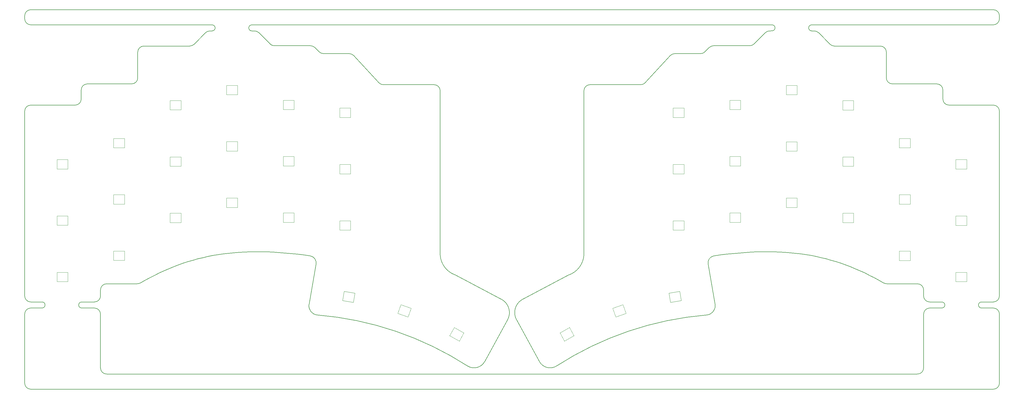
<source format=gm1>
G04 #@! TF.GenerationSoftware,KiCad,Pcbnew,8.0.1*
G04 #@! TF.CreationDate,2024-07-08T20:48:30+02:00*
G04 #@! TF.ProjectId,cornia,636f726e-6961-42e6-9b69-6361645f7063,3.0.1*
G04 #@! TF.SameCoordinates,Original*
G04 #@! TF.FileFunction,Profile,NP*
%FSLAX46Y46*%
G04 Gerber Fmt 4.6, Leading zero omitted, Abs format (unit mm)*
G04 Created by KiCad (PCBNEW 8.0.1) date 2024-07-08 20:48:30*
%MOMM*%
%LPD*%
G01*
G04 APERTURE LIST*
G04 #@! TA.AperFunction,Profile*
%ADD10C,0.200000*%
G04 #@! TD*
%ADD11C,0.200000*%
G04 #@! TA.AperFunction,Profile*
%ADD12C,0.100000*%
G04 #@! TD*
G04 APERTURE END LIST*
D10*
X271245754Y-145071550D02*
G75*
G02*
X268533026Y-148573935I-2955954J-512250D01*
G01*
X338007499Y-138279999D02*
X328010140Y-138279999D01*
X363007499Y-52780002D02*
X303107500Y-52780002D01*
X290025395Y-52772895D02*
X118489605Y-52787107D01*
X140081976Y-148573914D02*
G75*
G02*
X137369266Y-145071555I243224J2990114D01*
G01*
X363007502Y-146280000D02*
G75*
G02*
X365007500Y-148279999I-2J-2000000D01*
G01*
X342021713Y-146280000D02*
X346025395Y-146272891D01*
X68607498Y-166065785D02*
X68593286Y-148279999D01*
X137792411Y-129064168D02*
G75*
G02*
X139667836Y-131807527I-444411J-2316532D01*
G01*
X43607500Y-81279999D02*
X43607500Y-142280003D01*
X105407500Y-54779996D02*
X104684859Y-54780000D01*
X178607500Y-72530001D02*
X161857499Y-72530002D01*
X43607500Y-49779999D02*
X43607497Y-50779998D01*
X49325395Y-144272895D02*
G75*
G02*
X50325405Y-145272893I5J-1000005D01*
G01*
X363007501Y-79279999D02*
G75*
G02*
X365007501Y-81279998I99J-1999901D01*
G01*
X62247500Y-77279998D02*
G75*
G02*
X60247497Y-79280000I-2000000J-2D01*
G01*
X346367499Y-74279998D02*
X346367499Y-77279997D01*
X305344352Y-55365784D02*
X309172783Y-59194214D01*
X359107501Y-146279998D02*
X363007502Y-146280000D01*
X68607501Y-142279998D02*
X68607500Y-140280000D01*
X329727502Y-72279999D02*
G75*
G02*
X327727501Y-70279997I-2J1999999D01*
G01*
X60247497Y-79280000D02*
X45607498Y-79280000D01*
X303107501Y-54779998D02*
G75*
G02*
X302107502Y-53780000I-1J999998D01*
G01*
X80887500Y-61779999D02*
X80887500Y-70279998D01*
X290025395Y-54772891D02*
X289244860Y-54779999D01*
X124512781Y-59094213D02*
X120784356Y-55365788D01*
X62247500Y-74279999D02*
X62247500Y-77279998D01*
X137859070Y-59680000D02*
G75*
G02*
X139273301Y-60265773I30J-2000000D01*
G01*
X340021715Y-148279999D02*
X340007503Y-166065785D01*
X346025395Y-144280000D02*
G75*
G02*
X347018300Y-145272893I5J-992900D01*
G01*
D11*
X137792411Y-129064168D02*
X135639628Y-128773267D01*
X133527468Y-128516523D01*
X131454453Y-128294203D01*
X129419105Y-128106571D01*
X127419948Y-127953893D01*
X125455505Y-127836435D01*
X123524297Y-127754462D01*
X121624849Y-127708240D01*
X119755682Y-127698036D01*
X117915321Y-127724113D01*
X116102287Y-127786738D01*
X114315104Y-127886177D01*
X112552294Y-128022695D01*
X110812380Y-128196558D01*
X109093885Y-128408032D01*
X107395333Y-128657381D01*
X105715245Y-128944873D01*
X104052145Y-129270771D01*
X102404556Y-129635343D01*
X100770999Y-130038854D01*
X99150000Y-130481568D01*
X97540079Y-130963753D01*
X95939760Y-131485673D01*
X94347567Y-132047595D01*
X92762021Y-132649783D01*
X91181645Y-133292504D01*
X89604963Y-133976023D01*
X88030497Y-134700605D01*
X86456771Y-135466517D01*
X84882306Y-136274024D01*
X83305626Y-137123392D01*
X81725255Y-138014886D01*
D10*
X78887497Y-72280000D02*
X64247498Y-72280000D01*
X310586992Y-59779999D02*
G75*
G02*
X309172765Y-59194232I8J2000099D01*
G01*
X257981977Y-62281736D02*
X266499072Y-62279999D01*
X340007501Y-166065785D02*
G75*
G02*
X337908327Y-168077592I-2000001J-14215D01*
G01*
X346025395Y-144280000D02*
X342007501Y-144280000D01*
X365007499Y-81279998D02*
X365007499Y-142280002D01*
X142115927Y-62280000D02*
X150633022Y-62281737D01*
X140081976Y-148573915D02*
G75*
G02*
X189597784Y-165394822I-8693576J-106881785D01*
G01*
X363007502Y-47780000D02*
X45607498Y-47780000D01*
X68607501Y-140279999D02*
G75*
G02*
X70607500Y-138280001I1999999J-1D01*
G01*
X45607499Y-144280001D02*
G75*
G02*
X43607499Y-142280003I1J2000001D01*
G01*
X81725255Y-138014886D02*
G75*
G02*
X80604859Y-138279982I-1120355J2234886D01*
G01*
X50325394Y-145272893D02*
G75*
G02*
X49325395Y-146272894I-999994J-7D01*
G01*
X119370139Y-54780000D02*
G75*
G02*
X120784336Y-55365808I-39J-2000000D01*
G01*
X105407500Y-52780000D02*
G75*
G02*
X106407500Y-53779998I0J-1000000D01*
G01*
X363007499Y-173080002D02*
X45607501Y-173080002D01*
X43607500Y-81279999D02*
G75*
G02*
X45607498Y-79280000I2000000J-1D01*
G01*
X43607500Y-148280000D02*
X43607498Y-171080000D01*
X213338472Y-163958386D02*
X205790858Y-150191511D01*
X66593288Y-146280000D02*
G75*
G02*
X68593300Y-148279999I12J-2000000D01*
G01*
X267913286Y-61694212D02*
G75*
G02*
X266499072Y-62279979I-1414186J1414212D01*
G01*
X303930140Y-54780000D02*
G75*
G02*
X305344323Y-55365813I-140J-2000200D01*
G01*
X365007499Y-142280002D02*
G75*
G02*
X363007500Y-144279999I-1999999J2D01*
G01*
X142115927Y-62280000D02*
G75*
G02*
X140701699Y-61694227I-27J2000000D01*
G01*
X195276527Y-163958387D02*
X202824141Y-150191512D01*
X62247500Y-74279999D02*
G75*
G02*
X64247498Y-72280000I2000000J-1D01*
G01*
X269341699Y-60265773D02*
G75*
G02*
X270755929Y-59680000I1414201J-1414227D01*
G01*
X45607501Y-173080002D02*
G75*
G02*
X43607498Y-171080000I-1J2000002D01*
G01*
X70607500Y-138280000D02*
X80604859Y-138280000D01*
X140701713Y-61694213D02*
X139273287Y-60265787D01*
X219017227Y-165394841D02*
G75*
G02*
X268533026Y-148573937I58209373J-90060859D01*
G01*
X178607500Y-72530001D02*
G75*
G02*
X180607499Y-74530000I0J-1999999D01*
G01*
X125926995Y-59680000D02*
G75*
G02*
X124512783Y-59094211I5J2000000D01*
G01*
X45607499Y-144280001D02*
X49325395Y-144272895D01*
X223035696Y-135358715D02*
X207532024Y-143543572D01*
X98028007Y-59780000D02*
X82887498Y-59780000D01*
X152047235Y-62867523D02*
X160443286Y-71944216D01*
X365007502Y-50780002D02*
X365007499Y-49780001D01*
X342007501Y-144280000D02*
G75*
G02*
X340007500Y-142279997I-1J2000000D01*
G01*
X119370139Y-54780000D02*
X118489606Y-54787103D01*
X290025395Y-52772895D02*
G75*
G02*
X291025405Y-53772893I5J-1000005D01*
G01*
X338007499Y-138279999D02*
G75*
G02*
X340007501Y-140279998I1J-2000001D01*
G01*
X340007498Y-142279997D02*
X340007499Y-140279999D01*
X228007500Y-74530000D02*
G75*
G02*
X230007499Y-72530000I2000000J0D01*
G01*
X205790860Y-150191510D02*
G75*
G02*
X207532002Y-143543537I4384340J2403710D01*
G01*
X310586992Y-59779999D02*
X325727501Y-59779999D01*
X348367502Y-79279999D02*
X363007501Y-79279999D01*
X303930140Y-54780000D02*
X303107501Y-54779998D01*
X68607500Y-142279998D02*
G75*
G02*
X66607498Y-144280000I-2000000J-2D01*
G01*
X291025394Y-53772893D02*
G75*
G02*
X290025395Y-54772894I-999994J-7D01*
G01*
X43607500Y-148279999D02*
G75*
G02*
X45607498Y-146280000I2000000J-1D01*
G01*
X246757500Y-72530001D02*
X230007499Y-72530001D01*
X80887500Y-70279998D02*
G75*
G02*
X78887497Y-72280000I-2000000J-2D01*
G01*
X201082975Y-143543574D02*
G75*
G02*
X202824102Y-150191490I-2643175J-4244226D01*
G01*
X45607500Y-52780000D02*
G75*
G02*
X43607500Y-50779998I0J2000000D01*
G01*
X106407499Y-53779998D02*
G75*
G02*
X105407500Y-54779999I-999999J-2D01*
G01*
X268947221Y-131807515D02*
G75*
G02*
X270822577Y-129064111I2319779J426915D01*
G01*
X327727499Y-61779998D02*
X327727499Y-70279997D01*
X248171713Y-71944215D02*
G75*
G02*
X246757500Y-72530000I-1414213J1414215D01*
G01*
X70706674Y-168077592D02*
G75*
G02*
X68607499Y-166065785I-99174J1997592D01*
G01*
X185579303Y-135358716D02*
G75*
G02*
X180607500Y-128780000I2528197J7078716D01*
G01*
X256567765Y-62867523D02*
G75*
G02*
X257981977Y-62281710I1414235J-1414177D01*
G01*
X284102218Y-59094212D02*
X287830643Y-55365787D01*
X287830644Y-55365788D02*
G75*
G02*
X289244860Y-54780024I1414056J-1413912D01*
G01*
X365007502Y-171080000D02*
G75*
G02*
X363007499Y-173080002I-2000002J0D01*
G01*
X62407501Y-146279998D02*
G75*
G02*
X61407502Y-145280000I-1J999998D01*
G01*
X329727502Y-72279999D02*
X344367501Y-72279999D01*
X185579303Y-135358716D02*
X201082975Y-143543573D01*
X270755929Y-59679999D02*
X282688004Y-59679999D01*
X365007502Y-171080000D02*
X365007500Y-148280000D01*
X150633022Y-62281737D02*
G75*
G02*
X152047258Y-62867500I-22J-2000163D01*
G01*
X365007502Y-50780002D02*
G75*
G02*
X363007499Y-52780002I-2000002J2D01*
G01*
X195276527Y-163958387D02*
G75*
G02*
X189597812Y-165394779I-3507427J1922987D01*
G01*
X117489607Y-53787105D02*
G75*
G02*
X118489605Y-52787107I999993J5D01*
G01*
X344367501Y-72279999D02*
G75*
G02*
X346367501Y-74279998I-1J-2000001D01*
G01*
X248171713Y-71944215D02*
X256567764Y-62867522D01*
X219017221Y-165394829D02*
G75*
G02*
X213338420Y-163958414I-2171321J3359429D01*
G01*
X284102218Y-59094212D02*
G75*
G02*
X282688004Y-59679960I-1414118J1414112D01*
G01*
X180607500Y-128780000D02*
X180607499Y-74530000D01*
X228007499Y-128779999D02*
G75*
G02*
X223035696Y-135358715I-7499999J499999D01*
G01*
X103270647Y-55365785D02*
X99442216Y-59194215D01*
X359107501Y-146279998D02*
G75*
G02*
X358107502Y-145280000I-1J999998D01*
G01*
X99442213Y-59194212D02*
G75*
G02*
X98028007Y-59779999I-1414213J1414212D01*
G01*
X103270648Y-55365786D02*
G75*
G02*
X104684859Y-54779972I1414252J-1414214D01*
G01*
X325727501Y-59779999D02*
G75*
G02*
X327727501Y-61779998I-1J-2000001D01*
G01*
X62407500Y-144280002D02*
X66607498Y-144280001D01*
X118489606Y-54787103D02*
G75*
G02*
X117489597Y-53787105I-6J1000003D01*
G01*
X80887500Y-61779999D02*
G75*
G02*
X82887498Y-59780000I2000000J-1D01*
G01*
X348367502Y-79279999D02*
G75*
G02*
X346367501Y-77279997I-2J1999999D01*
G01*
X43607500Y-49779999D02*
G75*
G02*
X45607498Y-47780000I2000000J-1D01*
G01*
X363007502Y-47780001D02*
G75*
G02*
X365007499Y-49780000I-2J-1999999D01*
G01*
X45607501Y-146280000D02*
X49325395Y-146272891D01*
X347025394Y-145272893D02*
G75*
G02*
X346025395Y-146272894I-999994J-7D01*
G01*
X139667779Y-131807516D02*
X137369243Y-145071551D01*
X359107500Y-144280002D02*
X363007500Y-144280000D01*
X267913286Y-61694212D02*
X269341699Y-60265773D01*
X268947220Y-131807515D02*
X271245756Y-145071550D01*
X61407502Y-145280000D02*
G75*
G02*
X62407500Y-144280002I999998J0D01*
G01*
X105407500Y-52780000D02*
X45607500Y-52780000D01*
X62407501Y-146279998D02*
X66593288Y-146280000D01*
X328010140Y-138280000D02*
G75*
G02*
X326889735Y-138014903I-140J2499600D01*
G01*
X137859070Y-59680000D02*
X125926995Y-59680000D01*
X337908327Y-168077592D02*
X70707500Y-168080000D01*
X161857499Y-72530002D02*
G75*
G02*
X160443286Y-71944216I1J2000002D01*
G01*
D11*
X270822588Y-129064167D02*
X272975370Y-128773266D01*
X275087530Y-128516522D01*
X277160545Y-128294202D01*
X279195893Y-128106570D01*
X281195050Y-127953892D01*
X283159493Y-127836434D01*
X285090701Y-127754461D01*
X286990149Y-127708239D01*
X288859316Y-127698035D01*
X290699677Y-127724112D01*
X292512711Y-127786737D01*
X294299894Y-127886176D01*
X296062704Y-128022694D01*
X297802618Y-128196557D01*
X299521113Y-128408031D01*
X301219665Y-128657380D01*
X302899753Y-128944872D01*
X304562853Y-129270770D01*
X306210442Y-129635342D01*
X307843999Y-130038853D01*
X309464998Y-130481567D01*
X311074919Y-130963752D01*
X312675238Y-131485672D01*
X314267431Y-132047594D01*
X315852977Y-132649782D01*
X317433353Y-133292503D01*
X319010035Y-133976022D01*
X320584501Y-134700604D01*
X322158227Y-135466516D01*
X323732692Y-136274023D01*
X325309372Y-137123391D01*
X326889744Y-138014885D01*
D10*
X358107502Y-145280000D02*
G75*
G02*
X359107500Y-144280002I999998J0D01*
G01*
X340021715Y-148279999D02*
G75*
G02*
X342021713Y-146280015I1999985J-1D01*
G01*
X302107502Y-53780000D02*
G75*
G02*
X303107500Y-52780002I999998J0D01*
G01*
X228007499Y-128779999D02*
X228007500Y-74530000D01*
D12*
X54259500Y-97254500D02*
X54259500Y-100354500D01*
X54259500Y-100354500D02*
X57859500Y-100354500D01*
X57859500Y-97254500D02*
X54259500Y-97254500D01*
X57859500Y-100354500D02*
X57859500Y-97254500D01*
X72899500Y-90254500D02*
X72899500Y-93354500D01*
X72899500Y-93354500D02*
X76499500Y-93354500D01*
X76499500Y-90254500D02*
X72899500Y-90254500D01*
X76499500Y-93354500D02*
X76499500Y-90254500D01*
X91539500Y-77754500D02*
X91539500Y-80854500D01*
X91539500Y-80854500D02*
X95139500Y-80854500D01*
X95139500Y-77754500D02*
X91539500Y-77754500D01*
X95139500Y-80854500D02*
X95139500Y-77754500D01*
X110179500Y-72754500D02*
X110179500Y-75854500D01*
X110179500Y-75854500D02*
X113779500Y-75854500D01*
X113779500Y-72754500D02*
X110179500Y-72754500D01*
X113779500Y-75854500D02*
X113779500Y-72754500D01*
X128819500Y-77654500D02*
X128819500Y-80754500D01*
X128819500Y-80754500D02*
X132419500Y-80754500D01*
X132419500Y-77654500D02*
X128819500Y-77654500D01*
X132419500Y-80754500D02*
X132419500Y-77654500D01*
X147459500Y-80254500D02*
X147459500Y-83354500D01*
X147459500Y-83354500D02*
X151059500Y-83354500D01*
X151059500Y-80254500D02*
X147459500Y-80254500D01*
X151059500Y-83354500D02*
X151059500Y-80254500D01*
X54259500Y-115854500D02*
X54259500Y-118954500D01*
X54259500Y-118954500D02*
X57859500Y-118954500D01*
X57859500Y-115854500D02*
X54259500Y-115854500D01*
X57859500Y-118954500D02*
X57859500Y-115854500D01*
X72899500Y-108854500D02*
X72899500Y-111954500D01*
X72899500Y-111954500D02*
X76499500Y-111954500D01*
X76499500Y-108854500D02*
X72899500Y-108854500D01*
X76499500Y-111954500D02*
X76499500Y-108854500D01*
X91539500Y-96354500D02*
X91539500Y-99454500D01*
X91539500Y-99454500D02*
X95139500Y-99454500D01*
X95139500Y-96354500D02*
X91539500Y-96354500D01*
X95139500Y-99454500D02*
X95139500Y-96354500D01*
X110179500Y-91354500D02*
X110179500Y-94454500D01*
X110179500Y-94454500D02*
X113779500Y-94454500D01*
X113779500Y-91354500D02*
X110179500Y-91354500D01*
X113779500Y-94454500D02*
X113779500Y-91354500D01*
X128819500Y-96254500D02*
X128819500Y-99354500D01*
X128819500Y-99354500D02*
X132419500Y-99354500D01*
X132419500Y-96254500D02*
X128819500Y-96254500D01*
X132419500Y-99354500D02*
X132419500Y-96254500D01*
X147459500Y-98854500D02*
X147459500Y-101954500D01*
X147459500Y-101954500D02*
X151059500Y-101954500D01*
X151059500Y-98854500D02*
X147459500Y-98854500D01*
X151059500Y-101954500D02*
X151059500Y-98854500D01*
X54259500Y-134454500D02*
X54259500Y-137554500D01*
X54259500Y-137554500D02*
X57859500Y-137554500D01*
X57859500Y-134454500D02*
X54259500Y-134454500D01*
X57859500Y-137554500D02*
X57859500Y-134454500D01*
X72899500Y-127454500D02*
X72899500Y-130554500D01*
X72899500Y-130554500D02*
X76499500Y-130554500D01*
X76499500Y-127454500D02*
X72899500Y-127454500D01*
X76499500Y-130554500D02*
X76499500Y-127454500D01*
X91539500Y-114954500D02*
X91539500Y-118054500D01*
X91539500Y-118054500D02*
X95139500Y-118054500D01*
X95139500Y-114954500D02*
X91539500Y-114954500D01*
X95139500Y-118054500D02*
X95139500Y-114954500D01*
X110179500Y-109954500D02*
X110179500Y-113054500D01*
X110179500Y-113054500D02*
X113779500Y-113054500D01*
X113779500Y-109954500D02*
X110179500Y-109954500D01*
X113779500Y-113054500D02*
X113779500Y-109954500D01*
X147459500Y-117454500D02*
X147459500Y-120554500D01*
X147459500Y-120554500D02*
X151059500Y-120554500D01*
X151059500Y-117454500D02*
X147459500Y-117454500D01*
X151059500Y-120554500D02*
X151059500Y-117454500D01*
X183751930Y-155429151D02*
X186905725Y-157165115D01*
X185246789Y-152713383D02*
X183751930Y-155429151D01*
X186905725Y-157165115D02*
X188400584Y-154449347D01*
X188400584Y-154449347D02*
X185246789Y-152713383D01*
X294700500Y-91360000D02*
X294700500Y-94460000D01*
X294700500Y-94460000D02*
X298300500Y-94460000D01*
X298300500Y-91360000D02*
X294700500Y-91360000D01*
X298300500Y-94460000D02*
X298300500Y-91360000D01*
X276060500Y-96260000D02*
X276060500Y-99360000D01*
X276060500Y-99360000D02*
X279660500Y-99360000D01*
X279660500Y-96260000D02*
X276060500Y-96260000D01*
X279660500Y-99360000D02*
X279660500Y-96260000D01*
X257420500Y-98860000D02*
X257420500Y-101960000D01*
X257420500Y-101960000D02*
X261020500Y-101960000D01*
X261020500Y-98860000D02*
X257420500Y-98860000D01*
X261020500Y-101960000D02*
X261020500Y-98860000D01*
X350620500Y-134460000D02*
X350620500Y-137560000D01*
X350620500Y-137560000D02*
X354220500Y-137560000D01*
X354220500Y-134460000D02*
X350620500Y-134460000D01*
X354220500Y-137560000D02*
X354220500Y-134460000D01*
X331980500Y-127460000D02*
X331980500Y-130560000D01*
X331980500Y-130560000D02*
X335580500Y-130560000D01*
X335580500Y-127460000D02*
X331980500Y-127460000D01*
X335580500Y-130560000D02*
X335580500Y-127460000D01*
X313340500Y-114960000D02*
X313340500Y-118060000D01*
X313340500Y-118060000D02*
X316940500Y-118060000D01*
X316940500Y-114960000D02*
X313340500Y-114960000D01*
X316940500Y-118060000D02*
X316940500Y-114960000D01*
X294700500Y-109960000D02*
X294700500Y-113060000D01*
X294700500Y-113060000D02*
X298300500Y-113060000D01*
X298300500Y-109960000D02*
X294700500Y-109960000D01*
X298300500Y-113060000D02*
X298300500Y-109960000D01*
X276060500Y-114860000D02*
X276060500Y-117960000D01*
X276060500Y-117960000D02*
X279660500Y-117960000D01*
X279660500Y-114860000D02*
X276060500Y-114860000D01*
X279660500Y-117960000D02*
X279660500Y-114860000D01*
X257420500Y-117460000D02*
X257420500Y-120560000D01*
X257420500Y-120560000D02*
X261020500Y-120560000D01*
X261020500Y-117460000D02*
X257420500Y-117460000D01*
X261020500Y-120560000D02*
X261020500Y-117460000D01*
X256023601Y-141380502D02*
X256552850Y-144434990D01*
X256552850Y-144434990D02*
X260099997Y-143820378D01*
X259570748Y-140765890D02*
X256023601Y-141380502D01*
X260099997Y-143820378D02*
X259570748Y-140765890D01*
X237487588Y-146340337D02*
X238513714Y-149265583D01*
X238513714Y-149265583D02*
X241910774Y-148073953D01*
X240884648Y-145148707D02*
X237487588Y-146340337D01*
X241910774Y-148073953D02*
X240884648Y-145148707D01*
X148380735Y-143814202D02*
X151927882Y-144428814D01*
X148909984Y-140759714D02*
X148380735Y-143814202D01*
X151927882Y-144428814D02*
X152457131Y-141374326D01*
X152457131Y-141374326D02*
X148909984Y-140759714D01*
X166575996Y-148073040D02*
X169973056Y-149264670D01*
X167602122Y-145147794D02*
X166575996Y-148073040D01*
X169973056Y-149264670D02*
X170999182Y-146339424D01*
X170999182Y-146339424D02*
X167602122Y-145147794D01*
X128819500Y-114854500D02*
X128819500Y-117954500D01*
X128819500Y-117954500D02*
X132419500Y-117954500D01*
X132419500Y-114854500D02*
X128819500Y-114854500D01*
X132419500Y-117954500D02*
X132419500Y-114854500D01*
X350620500Y-97260000D02*
X350620500Y-100360000D01*
X350620500Y-100360000D02*
X354220500Y-100360000D01*
X354220500Y-97260000D02*
X350620500Y-97260000D01*
X354220500Y-100360000D02*
X354220500Y-97260000D01*
X331980500Y-90260000D02*
X331980500Y-93360000D01*
X331980500Y-93360000D02*
X335580500Y-93360000D01*
X335580500Y-90260000D02*
X331980500Y-90260000D01*
X335580500Y-93360000D02*
X335580500Y-90260000D01*
X313340500Y-77760000D02*
X313340500Y-80860000D01*
X313340500Y-80860000D02*
X316940500Y-80860000D01*
X316940500Y-77760000D02*
X313340500Y-77760000D01*
X316940500Y-80860000D02*
X316940500Y-77760000D01*
X294700500Y-72760000D02*
X294700500Y-75860000D01*
X294700500Y-75860000D02*
X298300500Y-75860000D01*
X298300500Y-72760000D02*
X294700500Y-72760000D01*
X298300500Y-75860000D02*
X298300500Y-72760000D01*
X276060500Y-77660000D02*
X276060500Y-80760000D01*
X276060500Y-80760000D02*
X279660500Y-80760000D01*
X279660500Y-77660000D02*
X276060500Y-77660000D01*
X279660500Y-80760000D02*
X279660500Y-77660000D01*
X257420500Y-80260000D02*
X257420500Y-83360000D01*
X257420500Y-83360000D02*
X261020500Y-83360000D01*
X261020500Y-80260000D02*
X257420500Y-80260000D01*
X261020500Y-83360000D02*
X261020500Y-80260000D01*
X350620500Y-115860000D02*
X350620500Y-118960000D01*
X350620500Y-118960000D02*
X354220500Y-118960000D01*
X354220500Y-115860000D02*
X350620500Y-115860000D01*
X354220500Y-118960000D02*
X354220500Y-115860000D01*
X331980500Y-108860000D02*
X331980500Y-111960000D01*
X331980500Y-111960000D02*
X335580500Y-111960000D01*
X335580500Y-108860000D02*
X331980500Y-108860000D01*
X335580500Y-111960000D02*
X335580500Y-108860000D01*
X313340500Y-96360000D02*
X313340500Y-99460000D01*
X313340500Y-99460000D02*
X316940500Y-99460000D01*
X316940500Y-96360000D02*
X313340500Y-96360000D01*
X316940500Y-99460000D02*
X316940500Y-96360000D01*
X220085916Y-154450597D02*
X221580775Y-157166365D01*
X221580775Y-157166365D02*
X224734570Y-155430401D01*
X223239711Y-152714633D02*
X220085916Y-154450597D01*
X224734570Y-155430401D02*
X223239711Y-152714633D01*
M02*

</source>
